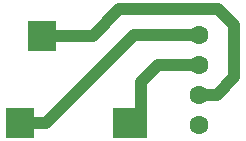
<source format=gbr>
%TF.GenerationSoftware,KiCad,Pcbnew,8.0.9*%
%TF.CreationDate,2025-05-14T11:38:39+02:00*%
%TF.ProjectId,MiniJack2Jumper,4d696e69-4a61-4636-9b32-4a756d706572,rev?*%
%TF.SameCoordinates,Original*%
%TF.FileFunction,Copper,L1,Top*%
%TF.FilePolarity,Positive*%
%FSLAX46Y46*%
G04 Gerber Fmt 4.6, Leading zero omitted, Abs format (unit mm)*
G04 Created by KiCad (PCBNEW 8.0.9) date 2025-05-14 11:38:39*
%MOMM*%
%LPD*%
G01*
G04 APERTURE LIST*
%TA.AperFunction,SMDPad,CuDef*%
%ADD10R,2.400000X2.550000*%
%TD*%
%TA.AperFunction,SMDPad,CuDef*%
%ADD11R,2.900000X2.550000*%
%TD*%
%TA.AperFunction,ComponentPad*%
%ADD12C,1.600200*%
%TD*%
%TA.AperFunction,Conductor*%
%ADD13C,1.000000*%
%TD*%
G04 APERTURE END LIST*
D10*
%TO.P,J1,1,1*%
%TO.N,/-IN*%
X129750000Y-92000000D03*
D11*
%TO.P,J1,4,4*%
%TO.N,/+IN*%
X137150000Y-99350000D03*
D10*
%TO.P,J1,5,5*%
%TO.N,/GND*%
X127850000Y-99350000D03*
%TD*%
D12*
%TO.P,J2,1,1*%
%TO.N,unconnected-(J2-Pad1)*%
X143000000Y-99540000D03*
%TO.P,J2,2,2*%
%TO.N,/-IN*%
X143000000Y-97000000D03*
%TO.P,J2,3,3*%
%TO.N,/+IN*%
X143000000Y-94460000D03*
%TO.P,J2,4,4*%
%TO.N,/GND*%
X143000000Y-91920000D03*
%TD*%
D13*
%TO.N,/+IN*%
X138100000Y-98400000D02*
X137150000Y-99350000D01*
X138100000Y-95900000D02*
X138100000Y-98400000D01*
X139540000Y-94460000D02*
X138100000Y-95900000D01*
X143000000Y-94460000D02*
X139540000Y-94460000D01*
%TO.N,/GND*%
X137512969Y-91920000D02*
X130082969Y-99350000D01*
X130082969Y-99350000D02*
X127850000Y-99350000D01*
X143000000Y-91920000D02*
X137512969Y-91920000D01*
%TO.N,/-IN*%
X134000000Y-92000000D02*
X129750000Y-92000000D01*
X146000000Y-95500000D02*
X146000000Y-91125000D01*
X143000000Y-97000000D02*
X144500000Y-97000000D01*
X144625000Y-89750000D02*
X136250000Y-89750000D01*
X136250000Y-89750000D02*
X134000000Y-92000000D01*
X144500000Y-97000000D02*
X146000000Y-95500000D01*
X146000000Y-91125000D02*
X144625000Y-89750000D01*
%TD*%
M02*

</source>
